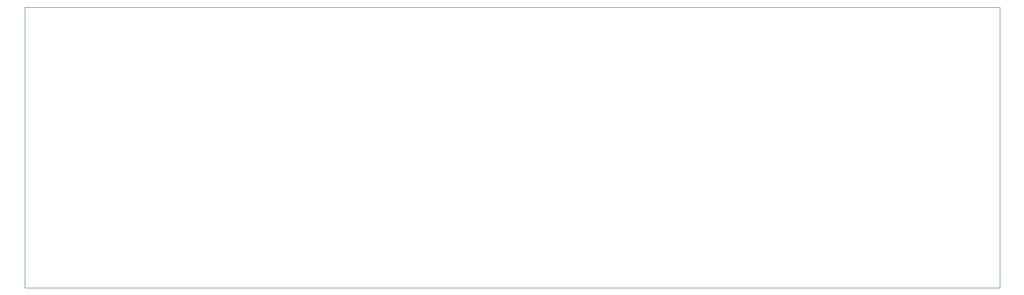
<source format=gbr>
G04 #@! TF.FileFunction,Profile,NP*
%FSLAX46Y46*%
G04 Gerber Fmt 4.6, Leading zero omitted, Abs format (unit mm)*
G04 Created by KiCad (PCBNEW 4.0.4-stable) date 06/07/17 13:37:54*
%MOMM*%
%LPD*%
G01*
G04 APERTURE LIST*
%ADD10C,0.100000*%
G04 APERTURE END LIST*
D10*
X160000000Y2000000D02*
X160000000Y48000000D01*
X0Y48000000D02*
X160000000Y48000000D01*
X0Y2000000D02*
X0Y48000000D01*
X0Y2000000D02*
X160000000Y2000000D01*
M02*

</source>
